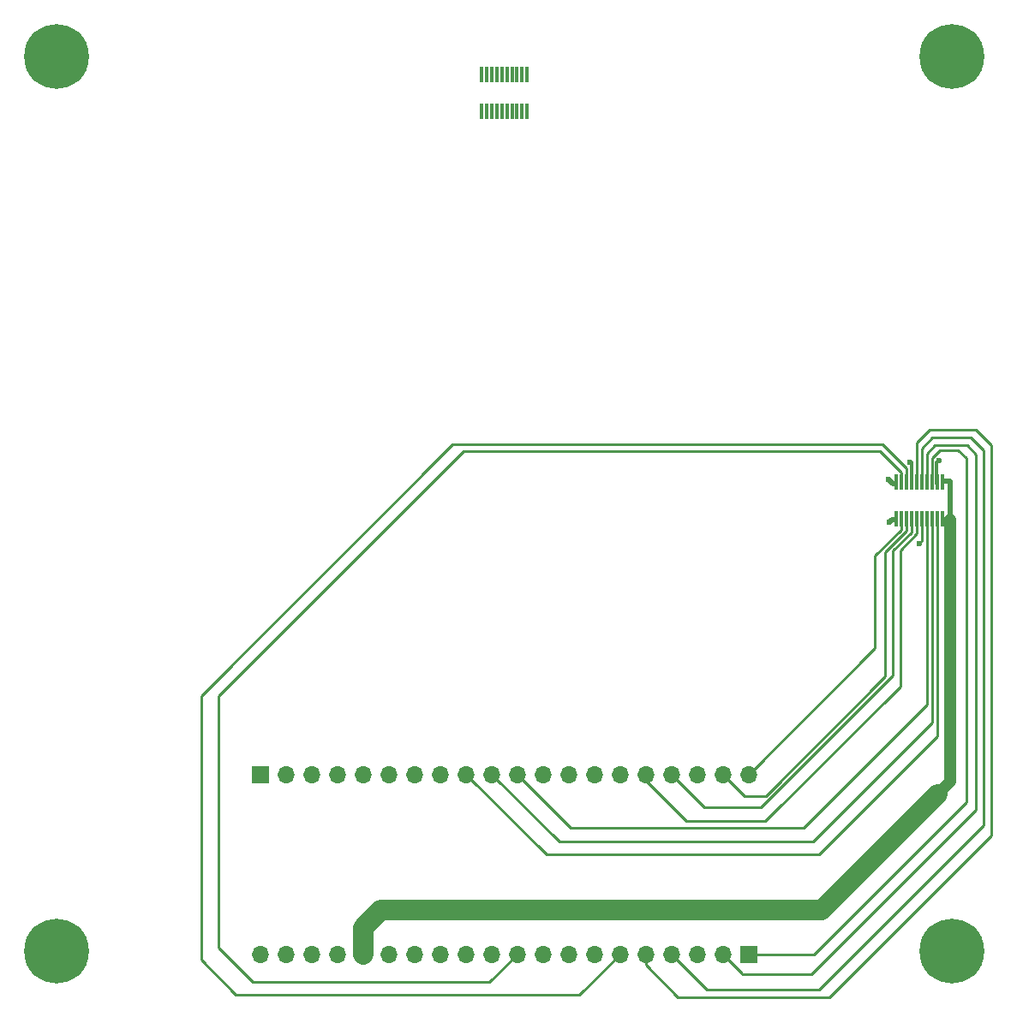
<source format=gbr>
%TF.GenerationSoftware,KiCad,Pcbnew,(7.0.0)*%
%TF.CreationDate,2023-12-08T21:12:49-05:00*%
%TF.ProjectId,Coaster-Graphics,436f6173-7465-4722-9d47-726170686963,rev?*%
%TF.SameCoordinates,Original*%
%TF.FileFunction,Copper,L2,Bot*%
%TF.FilePolarity,Positive*%
%FSLAX46Y46*%
G04 Gerber Fmt 4.6, Leading zero omitted, Abs format (unit mm)*
G04 Created by KiCad (PCBNEW (7.0.0)) date 2023-12-08 21:12:49*
%MOMM*%
%LPD*%
G01*
G04 APERTURE LIST*
%TA.AperFunction,ComponentPad*%
%ADD10O,1.700000X1.700000*%
%TD*%
%TA.AperFunction,ComponentPad*%
%ADD11R,1.700000X1.700000*%
%TD*%
%TA.AperFunction,ComponentPad*%
%ADD12C,3.600000*%
%TD*%
%TA.AperFunction,ConnectorPad*%
%ADD13C,6.400000*%
%TD*%
%TA.AperFunction,SMDPad,CuDef*%
%ADD14R,0.300000X1.600000*%
%TD*%
%TA.AperFunction,ViaPad*%
%ADD15C,0.600000*%
%TD*%
%TA.AperFunction,Conductor*%
%ADD16C,2.000000*%
%TD*%
%TA.AperFunction,Conductor*%
%ADD17C,1.200000*%
%TD*%
%TA.AperFunction,Conductor*%
%ADD18C,0.250000*%
%TD*%
%TA.AperFunction,Conductor*%
%ADD19C,0.500000*%
%TD*%
%TA.AperFunction,Conductor*%
%ADD20C,0.300000*%
%TD*%
G04 APERTURE END LIST*
D10*
%TO.P,J3,20,Pin_20*%
%TO.N,/SWY*%
X162924933Y-126279999D03*
%TO.P,J3,19,Pin_19*%
%TO.N,/SWX*%
X160384933Y-126279999D03*
%TO.P,J3,18,Pin_18*%
%TO.N,GND*%
X157844933Y-126279999D03*
%TO.P,J3,17,Pin_17*%
%TO.N,/SWB*%
X155304933Y-126279999D03*
%TO.P,J3,16,Pin_16*%
%TO.N,/SWA*%
X152764933Y-126279999D03*
%TO.P,J3,15,Pin_15*%
%TO.N,unconnected-(J3-Pin_15-Pad15)*%
X150224933Y-126279999D03*
%TO.P,J3,14,Pin_14*%
%TO.N,unconnected-(J3-Pin_14-Pad14)*%
X147684933Y-126279999D03*
%TO.P,J3,13,Pin_13*%
%TO.N,GND*%
X145144933Y-126279999D03*
%TO.P,J3,12,Pin_12*%
%TO.N,unconnected-(J3-Pin_12-Pad12)*%
X142604933Y-126279999D03*
%TO.P,J3,11,Pin_11*%
%TO.N,/LED_B*%
X140064933Y-126279999D03*
%TO.P,J3,10,Pin_10*%
%TO.N,/LED_G*%
X137524933Y-126279999D03*
%TO.P,J3,9,Pin_9*%
%TO.N,/LED_R*%
X134984933Y-126279999D03*
%TO.P,J3,8,Pin_8*%
%TO.N,GND*%
X132444933Y-126279999D03*
%TO.P,J3,7,Pin_7*%
%TO.N,unconnected-(J3-Pin_7-Pad7)*%
X129904933Y-126279999D03*
%TO.P,J3,6,Pin_6*%
%TO.N,unconnected-(J3-Pin_6-Pad6)*%
X127364933Y-126279999D03*
%TO.P,J3,5,Pin_5*%
%TO.N,unconnected-(J3-Pin_5-Pad5)*%
X124824933Y-126279999D03*
%TO.P,J3,4,Pin_4*%
%TO.N,unconnected-(J3-Pin_4-Pad4)*%
X122284933Y-126279999D03*
%TO.P,J3,3,Pin_3*%
%TO.N,GND*%
X119744933Y-126279999D03*
%TO.P,J3,2,Pin_2*%
%TO.N,unconnected-(J3-Pin_2-Pad2)*%
X117204933Y-126279999D03*
D11*
%TO.P,J3,1,Pin_1*%
%TO.N,unconnected-(J3-Pin_1-Pad1)*%
X114664933Y-126279999D03*
%TD*%
D12*
%TO.P,H4,1*%
%TO.N,N/C*%
X183039934Y-55250066D03*
D13*
X183039934Y-55250066D03*
%TD*%
D12*
%TO.P,H3,1*%
%TO.N,N/C*%
X183039934Y-143750066D03*
D13*
X183039934Y-143750066D03*
%TD*%
D12*
%TO.P,H2,1*%
%TO.N,N/C*%
X94539934Y-143750066D03*
D13*
X94539934Y-143750066D03*
%TD*%
%TO.P,H1,1*%
%TO.N,N/C*%
X94539934Y-55250066D03*
D12*
X94539934Y-55250066D03*
%TD*%
D10*
%TO.P,J4,20,Pin_20*%
%TO.N,unconnected-(J4-Pin_20-Pad20)*%
X114664933Y-144059999D03*
%TO.P,J4,19,Pin_19*%
%TO.N,unconnected-(J4-Pin_19-Pad19)*%
X117204933Y-144059999D03*
%TO.P,J4,18,Pin_18*%
%TO.N,GND*%
X119744933Y-144059999D03*
%TO.P,J4,17,Pin_17*%
%TO.N,unconnected-(J4-Pin_17-Pad17)*%
X122284933Y-144059999D03*
%TO.P,J4,16,Pin_16*%
%TO.N,+3.3V*%
X124824933Y-144059999D03*
%TO.P,J4,15,Pin_15*%
%TO.N,unconnected-(J4-Pin_15-Pad15)*%
X127364933Y-144059999D03*
%TO.P,J4,14,Pin_14*%
%TO.N,unconnected-(J4-Pin_14-Pad14)*%
X129904933Y-144059999D03*
%TO.P,J4,13,Pin_13*%
%TO.N,GND*%
X132444933Y-144059999D03*
%TO.P,J4,12,Pin_12*%
%TO.N,unconnected-(J4-Pin_12-Pad12)*%
X134984933Y-144059999D03*
%TO.P,J4,11,Pin_11*%
%TO.N,unconnected-(J4-Pin_11-Pad11)*%
X137524933Y-144059999D03*
%TO.P,J4,10,Pin_10*%
%TO.N,/RESET*%
X140064933Y-144059999D03*
%TO.P,J4,9,Pin_9*%
%TO.N,unconnected-(J4-Pin_9-Pad9)*%
X142604933Y-144059999D03*
%TO.P,J4,8,Pin_8*%
%TO.N,GND*%
X145144933Y-144059999D03*
%TO.P,J4,7,Pin_7*%
%TO.N,unconnected-(J4-Pin_7-Pad7)*%
X147684933Y-144059999D03*
%TO.P,J4,6,Pin_6*%
%TO.N,/BACKLIGHT_EN*%
X150224933Y-144059999D03*
%TO.P,J4,5,Pin_5*%
%TO.N,/LCD_MOSI*%
X152764933Y-144059999D03*
%TO.P,J4,4,Pin_4*%
%TO.N,/LCD_SCLK*%
X155304933Y-144059999D03*
%TO.P,J4,3,Pin_3*%
%TO.N,GND*%
X157844933Y-144059999D03*
%TO.P,J4,2,Pin_2*%
%TO.N,/LCD_CS_n*%
X160384933Y-144059999D03*
D11*
%TO.P,J4,1,Pin_1*%
%TO.N,/LCD_DC*%
X162924933Y-144059999D03*
%TD*%
D14*
%TO.P,J2,20,Pin_20*%
%TO.N,GND*%
X177539999Y-97362565D03*
%TO.P,J2,19,Pin_19*%
X177539999Y-100962565D03*
%TO.P,J2,18,Pin_18*%
%TO.N,/RESET*%
X178039999Y-97362565D03*
%TO.P,J2,17,Pin_17*%
%TO.N,/SWY*%
X178039999Y-100962565D03*
%TO.P,J2,16,Pin_16*%
%TO.N,/BACKLIGHT_EN*%
X178539999Y-97362565D03*
%TO.P,J2,15,Pin_15*%
%TO.N,/SWX*%
X178539999Y-100962565D03*
%TO.P,J2,14,Pin_14*%
%TO.N,GND*%
X179039999Y-97362565D03*
%TO.P,J2,13,Pin_13*%
%TO.N,/SWB*%
X179039999Y-100962565D03*
%TO.P,J2,12,Pin_12*%
%TO.N,/LCD_MOSI*%
X179539999Y-97362565D03*
%TO.P,J2,11,Pin_11*%
%TO.N,/SWA*%
X179539999Y-100962565D03*
%TO.P,J2,10,Pin_10*%
%TO.N,/LCD_SCLK*%
X180039999Y-97362565D03*
%TO.P,J2,9,Pin_9*%
%TO.N,GND*%
X180039999Y-100962565D03*
%TO.P,J2,8,Pin_8*%
%TO.N,/LCD_CS_n*%
X180539999Y-97362565D03*
%TO.P,J2,7,Pin_7*%
%TO.N,/LED_B*%
X180539999Y-100962565D03*
%TO.P,J2,6,Pin_6*%
%TO.N,/LCD_DC*%
X181039999Y-97362565D03*
%TO.P,J2,5,Pin_5*%
%TO.N,/LED_G*%
X181039999Y-100962565D03*
%TO.P,J2,4,Pin_4*%
%TO.N,GND*%
X181539999Y-97362565D03*
%TO.P,J2,3,Pin_3*%
%TO.N,/LED_R*%
X181539999Y-100962565D03*
%TO.P,J2,2,Pin_2*%
%TO.N,+3.3V*%
X182039999Y-97362565D03*
%TO.P,J2,1,Pin_1*%
X182039999Y-100962565D03*
%TD*%
%TO.P,J1,1,Pin_1*%
%TO.N,unconnected-(J1-Pin_1-Pad1)*%
X141039933Y-60679999D03*
%TO.P,J1,2,Pin_2*%
%TO.N,unconnected-(J1-Pin_2-Pad2)*%
X141039933Y-57079999D03*
%TO.P,J1,3,Pin_3*%
%TO.N,unconnected-(J1-Pin_3-Pad3)*%
X140539933Y-60679999D03*
%TO.P,J1,4,Pin_4*%
%TO.N,unconnected-(J1-Pin_4-Pad4)*%
X140539933Y-57079999D03*
%TO.P,J1,5,Pin_5*%
%TO.N,unconnected-(J1-Pin_5-Pad5)*%
X140039933Y-60679999D03*
%TO.P,J1,6,Pin_6*%
%TO.N,unconnected-(J1-Pin_6-Pad6)*%
X140039933Y-57079999D03*
%TO.P,J1,7,Pin_7*%
%TO.N,unconnected-(J1-Pin_7-Pad7)*%
X139539933Y-60679999D03*
%TO.P,J1,8,Pin_8*%
%TO.N,unconnected-(J1-Pin_8-Pad8)*%
X139539933Y-57079999D03*
%TO.P,J1,9,Pin_9*%
%TO.N,unconnected-(J1-Pin_9-Pad9)*%
X139039933Y-60679999D03*
%TO.P,J1,10,Pin_10*%
%TO.N,unconnected-(J1-Pin_10-Pad10)*%
X139039933Y-57079999D03*
%TO.P,J1,11,Pin_11*%
%TO.N,unconnected-(J1-Pin_11-Pad11)*%
X138539933Y-60679999D03*
%TO.P,J1,12,Pin_12*%
%TO.N,unconnected-(J1-Pin_12-Pad12)*%
X138539933Y-57079999D03*
%TO.P,J1,13,Pin_13*%
%TO.N,unconnected-(J1-Pin_13-Pad13)*%
X138039933Y-60679999D03*
%TO.P,J1,14,Pin_14*%
%TO.N,unconnected-(J1-Pin_14-Pad14)*%
X138039933Y-57079999D03*
%TO.P,J1,15,Pin_15*%
%TO.N,unconnected-(J1-Pin_15-Pad15)*%
X137539933Y-60679999D03*
%TO.P,J1,16,Pin_16*%
%TO.N,unconnected-(J1-Pin_16-Pad16)*%
X137539933Y-57079999D03*
%TO.P,J1,17,Pin_17*%
%TO.N,unconnected-(J1-Pin_17-Pad17)*%
X137039933Y-60679999D03*
%TO.P,J1,18,Pin_18*%
%TO.N,unconnected-(J1-Pin_18-Pad18)*%
X137039933Y-57079999D03*
%TO.P,J1,19,Pin_19*%
%TO.N,unconnected-(J1-Pin_19-Pad19)*%
X136539933Y-60679999D03*
%TO.P,J1,20,Pin_20*%
%TO.N,unconnected-(J1-Pin_20-Pad20)*%
X136539933Y-57079999D03*
%TD*%
D15*
%TO.N,GND*%
X178895500Y-95410000D03*
X176765000Y-97105000D03*
X181720000Y-95210000D03*
X179770000Y-103420000D03*
X176855000Y-101375000D03*
%TD*%
D16*
%TO.N,+3.3V*%
X124814934Y-141495066D02*
X124814934Y-144060000D01*
X170150000Y-139730000D02*
X126580000Y-139730000D01*
X181610000Y-128270000D02*
X170150000Y-139730000D01*
X126580000Y-139730000D02*
X124814934Y-141495066D01*
D17*
X181610000Y-128270000D02*
X182880000Y-127000000D01*
X182880000Y-127000000D02*
X182880000Y-101050000D01*
D18*
%TO.N,/BACKLIGHT_EN*%
X112268000Y-148082000D02*
X146192934Y-148082000D01*
X108810000Y-144624000D02*
X112268000Y-148082000D01*
X133650000Y-93660000D02*
X108810000Y-118500000D01*
X176150000Y-93660000D02*
X133650000Y-93660000D01*
X178540000Y-96050000D02*
X176150000Y-93660000D01*
X178540000Y-97362566D02*
X178540000Y-96050000D01*
X108810000Y-118500000D02*
X108810000Y-144624000D01*
X146192934Y-148082000D02*
X150214934Y-144060000D01*
%TO.N,/RESET*%
X137302934Y-146812000D02*
X140054934Y-144060000D01*
X113962000Y-146812000D02*
X137302934Y-146812000D01*
X175920000Y-94290000D02*
X134750000Y-94290000D01*
X178040000Y-96410000D02*
X175920000Y-94290000D01*
X110550000Y-118490000D02*
X110550000Y-143400000D01*
X178040000Y-97362566D02*
X178040000Y-96410000D01*
X134750000Y-94290000D02*
X110550000Y-118490000D01*
X110550000Y-143400000D02*
X113962000Y-146812000D01*
%TO.N,/LCD_MOSI*%
X152754934Y-145134934D02*
X152754934Y-144060000D01*
X155956000Y-148336000D02*
X152754934Y-145134934D01*
X170942000Y-148336000D02*
X155956000Y-148336000D01*
X186944000Y-132334000D02*
X170942000Y-148336000D01*
X185420000Y-92202000D02*
X186944000Y-93726000D01*
X186944000Y-93726000D02*
X186944000Y-132334000D01*
X180848000Y-92202000D02*
X185420000Y-92202000D01*
X179540000Y-93510000D02*
X180848000Y-92202000D01*
X179540000Y-97362566D02*
X179540000Y-93510000D01*
%TO.N,/LCD_SCLK*%
X169926000Y-147574000D02*
X158808934Y-147574000D01*
X158808934Y-147574000D02*
X155294934Y-144060000D01*
X186182000Y-131318000D02*
X169926000Y-147574000D01*
X186182000Y-94234000D02*
X186182000Y-131318000D01*
X181102000Y-92964000D02*
X184912000Y-92964000D01*
X180040000Y-94026000D02*
X181102000Y-92964000D01*
X180040000Y-97362566D02*
X180040000Y-94026000D01*
X184912000Y-92964000D02*
X186182000Y-94234000D01*
%TO.N,/LCD_CS_n*%
X162306000Y-145991066D02*
X160374934Y-144060000D01*
X169164000Y-146050000D02*
X162306000Y-146050000D01*
X162306000Y-146050000D02*
X162306000Y-145991066D01*
X185420000Y-94613604D02*
X185420000Y-129794000D01*
X181356000Y-93726000D02*
X184532396Y-93726000D01*
X184532396Y-93726000D02*
X185420000Y-94613604D01*
X180540000Y-94542000D02*
X181356000Y-93726000D01*
X180540000Y-97362566D02*
X180540000Y-94542000D01*
X185420000Y-129794000D02*
X169164000Y-146050000D01*
%TO.N,/LCD_DC*%
X169376000Y-144060000D02*
X162914934Y-144060000D01*
X184435000Y-95027000D02*
X184435000Y-129001000D01*
X181812116Y-94234000D02*
X183642000Y-94234000D01*
X181040000Y-95006116D02*
X181812116Y-94234000D01*
X181040000Y-97362566D02*
X181040000Y-95006116D01*
X183642000Y-94234000D02*
X184435000Y-95027000D01*
X184435000Y-129001000D02*
X169376000Y-144060000D01*
D19*
%TO.N,+3.3V*%
X182880000Y-101050000D02*
X182140000Y-101050000D01*
X182880000Y-97260000D02*
X182142566Y-97260000D01*
X182142566Y-97260000D02*
X182140000Y-97262566D01*
X182880000Y-101050000D02*
X182880000Y-97260000D01*
D18*
%TO.N,/LCD_MOSI*%
X179540000Y-97362566D02*
X179565000Y-97337566D01*
%TO.N,GND*%
X180040000Y-100962566D02*
X180040000Y-103150000D01*
X180040000Y-103150000D02*
X179770000Y-103420000D01*
%TO.N,/SWA*%
X152764934Y-126874934D02*
X152764934Y-126280000D01*
X156800000Y-130910000D02*
X152764934Y-126874934D01*
X177890000Y-117610000D02*
X164590000Y-130910000D01*
X177890000Y-104121754D02*
X177890000Y-117610000D01*
X164590000Y-130910000D02*
X156800000Y-130910000D01*
X179540000Y-100962566D02*
X179540000Y-102471754D01*
X179540000Y-102471754D02*
X177890000Y-104121754D01*
%TO.N,/SWB*%
X177210000Y-104165358D02*
X179040000Y-102335358D01*
X164126396Y-129540000D02*
X177210000Y-116456396D01*
X179040000Y-102335358D02*
X179040000Y-100962566D01*
X158564934Y-129540000D02*
X164126396Y-129540000D01*
X177210000Y-116456396D02*
X177210000Y-104165358D01*
X155304934Y-126280000D02*
X158564934Y-129540000D01*
%TO.N,/SWX*%
X176410000Y-116620000D02*
X164610000Y-128420000D01*
X164610000Y-128420000D02*
X162524934Y-128420000D01*
X176410000Y-104328962D02*
X176410000Y-116620000D01*
X162524934Y-128420000D02*
X160384934Y-126280000D01*
X178540000Y-102198962D02*
X176410000Y-104328962D01*
X178540000Y-100962566D02*
X178540000Y-102198962D01*
%TO.N,/SWY*%
X175420000Y-113784934D02*
X162924934Y-126280000D01*
X175420000Y-104682566D02*
X175420000Y-113784934D01*
X178040000Y-102062566D02*
X175420000Y-104682566D01*
X178040000Y-100962566D02*
X178040000Y-102062566D01*
D19*
%TO.N,GND*%
X177106945Y-101123055D02*
X177420000Y-101123055D01*
X176855000Y-101375000D02*
X177106945Y-101123055D01*
X176765000Y-97105000D02*
X177183055Y-97523055D01*
X177183055Y-97523055D02*
X177420000Y-97523055D01*
D20*
X179020000Y-97523055D02*
X179020000Y-95410000D01*
X181520000Y-97523055D02*
X181520000Y-95410000D01*
D18*
%TO.N,/LED_G*%
X144194934Y-132950000D02*
X137524934Y-126280000D01*
X169260000Y-132950000D02*
X144194934Y-132950000D01*
%TO.N,/LED_B*%
X168400000Y-131530000D02*
X145314934Y-131530000D01*
X145314934Y-131530000D02*
X140064934Y-126280000D01*
%TO.N,/LED_R*%
X142934934Y-134230000D02*
X134984934Y-126280000D01*
X169850000Y-134230000D02*
X142934934Y-134230000D01*
%TO.N,/LED_G*%
X181040000Y-121170000D02*
X169260000Y-132950000D01*
%TO.N,/LED_B*%
X180540000Y-119390000D02*
X168400000Y-131530000D01*
%TO.N,/LED_R*%
X181540000Y-122540000D02*
X169850000Y-134230000D01*
X181540000Y-100962566D02*
X181540000Y-122540000D01*
%TO.N,/LED_G*%
X181040000Y-100962566D02*
X181040000Y-121170000D01*
%TO.N,/LED_B*%
X180540000Y-100962566D02*
X180540000Y-119390000D01*
%TD*%
M02*

</source>
